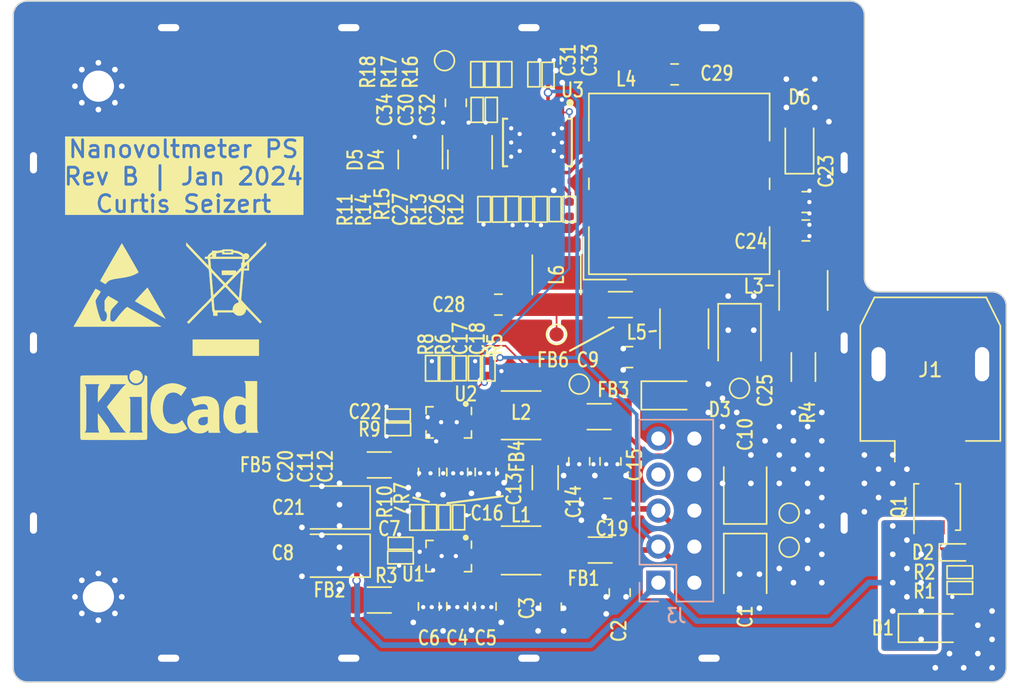
<source format=kicad_pcb>
(kicad_pcb (version 20221018) (generator pcbnew)
  (layers (0 "F.Cu" signal) (1 "In1.Cu" signal) (2 "In2.Cu" signal) (31 "B.Cu" signal) (34 "B.Paste" user) (35 "F.Paste" user) (36 "B.SilkS" user "B.Silkscreen") (37 "F.SilkS" user "F.Silkscreen") (38 "B.Mask" user) (39 "F.Mask" user) (44 "Edge.Cuts" user))
  (net 0 "")
  (net 1 "GND")
  (net 2 "Net-(U1-INTV_{CC})")
  (net 3 "+9V")
  (net 4 "Net-(U1-TR{slash}SS)")
  (net 5 "Net-(U2-TR{slash}SS)")
  (net 6 "Net-(U2-INTV_{CC})")
  (net 7 "Net-(C13-Pad2)")
  (net 8 "+2V0")
  (net 9 "Net-(C15-Pad1)")
  (net 10 "Net-(C23-Pad1)")
  (net 11 "Net-(U3-SW1)")
  (net 12 "Net-(C26-Pad1)")
  (net 13 "Net-(U3-INTV_{CC})")
  (net 14 "Net-(U3-SS)")
  (net 15 "Net-(D6-K)")
  (net 16 "Net-(C32-Pad1)")
  (net 17 "-3V3")
  (net 18 "Net-(C28-Pad1)")
  (net 19 "Net-(C30-Pad1)")
  (net 20 "Net-(C34-Pad1)")
  (net 21 "Net-(D2-A)")
  (net 22 "Net-(D4-A)")
  (net 25 "Net-(FB6-Pad2)")
  (net 26 "/V_{IN}+")
  (net 28 "Net-(L3-Pad1)")
  (net 29 "Net-(L4-Pad1)")
  (net 30 "Net-(U1-RT)")
  (net 31 "Net-(U2-RT)")
  (net 32 "Net-(U3-RT)")
  (net 33 "Net-(U3-FBX)")
  (net 34 "Net-(U3-SYNC{slash}MODE)")
  (net 35 "Net-(U3-V_{C})")
  (net 36 "2V_PG")
  (net 39 "/U1_V_{IN}")
  (net 40 "/Cuk_in")
  (net 41 "/U1_FB")
  (net 42 "/U2_V_{IN}")
  (net 43 "/U2_FB")
  (net 44 "/U1_SW")
  (net 45 "/U2_SW")
  (net 46 "V_{BATT}")
  (footprint "Capacitor_SMD:C_0805_2012Metric" (layer "F.Cu") (at 198.3 79.2 -90)
    (fp_text reference "C11")
    (fp_text value "4.7uF")
  )
  (footprint "Resistor_SMD:R_0402_1005Metric" (layer "F.Cu") (at 233.73 87.365)
    (fp_text reference "R1")
    (fp_text value "10k")
  )
  (footprint "Resistor_SMD:R_0402_1005Metric" (layer "F.Cu") (at 201.22 60.68 -90)
    (fp_text reference "R14")
    (fp_text value "30k1")
  )
  (footprint "Resistor_SMD:R_0402_1005Metric" (layer "F.Cu") (at 196.4 82.4 90)
    (fp_text reference "R7")
    (fp_text value "1M")
  )
  (footprint "Capacitor_SMD:C_0805_2012Metric" (layer "F.Cu") (at 198.3 88.675 -90)
    (fp_text reference "C4")
    (fp_text value "4.7uF")
  )
  (footprint "Resistor_SMD:R_0402_1005Metric" (layer "F.Cu") (at 202.2 60.67 90)
    (fp_text reference "R15")
    (fp_text value "100k")
  )
  (footprint "Inductor_SMD:L_1206_3216Metric" (layer "F.Cu") (at 208.375 84.7)
    (fp_text reference "FB1")
    (fp_text value "1k@100MHz")
  )
  (footprint "Inductor_SMD:L_1206_3216Metric" (layer "F.Cu") (at 204.5 79.6 -90)
    (fp_text reference "FB4")
    (fp_text value "1k@100MHz")
  )
  (footprint "Package_SO:Vishay_PowerPAK_1212-8_Single" (layer "F.Cu") (at 232.13 81.665 90)
    (fp_text reference "Q1")
    (fp_text value "SiS443DN")
  )
  (footprint "Resistor_SMD:R_0402_1005Metric" (layer "F.Cu") (at 201.7 51.17 90)
    (fp_text reference "R16")
    (fp_text value "1k")
  )
  (footprint "Capacitor_SMD:C_0402_1005Metric" (layer "F.Cu") (at 203.7 51.17 90)
    (fp_text reference "C31")
    (fp_text value "1uF")
  )
  (footprint "Capacitor_Tantalum_SMD:CP_EIA-3528-12_Kemet-T" (layer "F.Cu") (at 189.7 85.1 180)
    (fp_text reference "C8")
    (fp_text value "4.7uF/25V")
  )
  (footprint "Capacitor_SMD:C_0402_1005Metric" (layer "F.Cu") (at 199.7 53.67 -90)
    (fp_text reference "C30")
    (fp_text value "10nF C0G")
  )
  (footprint "Capacitor_SMD:C_0805_2012Metric" (layer "F.Cu") (at 206.9 78.45 -90)
    (fp_text reference "C14")
    (fp_text value "10uF/10V")
  )
  (footprint "Inductor_SMD:L_1206_3216Metric" (layer "F.Cu") (at 192.8 78.7)
    (fp_text reference "FB5")
    (fp_text value "1k@100MHz")
  )
  (footprint "Capacitor_SMD:C_0805_2012Metric" (layer "F.Cu") (at 209.1 78.45 -90)
    (fp_text reference "C15")
    (fp_text value "4.7uF")
  )
  (footprint "Capacitor_SMD:C_0402_1005Metric" (layer "F.Cu") (at 205.2 60.67 90)
    (fp_text reference "C26")
    (fp_text value "220pF C0G")
  )
  (footprint "Capacitor_SMD:C_0805_2012Metric" (layer "F.Cu") (at 210.4 71.1 180)
    (fp_text reference "C9")
    (fp_text value "10uF/10V")
  )
  (footprint "RF_Shielding:Orbel_L-1750TB2250" (layer "F.Cu") (at 197 70.1)
    (fp_text reference "J2" hide)
    (fp_text value "RF_Shield_Two_Pieces")
  )
  (footprint "Resistor_SMD:R_0402_1005Metric" (layer "F.Cu") (at 200.2 60.68 90)
    (fp_text reference "R11")
    (fp_text value "10k")
  )
  (footprint "Package_TO_SOT_SMD:SOT-23" (layer "F.Cu") (at 199.2 57.17 -90)
    (fp_text reference "D4")
    (fp_text value "BAV199")
  )
  (footprint "Capacitor_SMD:C_0402_1005Metric" (layer "F.Cu") (at 203.2 60.67 -90)
    (fp_text reference "C27")
    (fp_text value "1nF C0G")
  )
  (footprint "Capacitor_SMD:C_0805_2012Metric" (layer "F.Cu") (at 201.2 67.4 180)
    (fp_text reference "C28")
    (fp_text value "4.7uF")
  )
  (footprint "TestPoint:TestPoint_Pad_D1.0mm" (layer "F.Cu") (at 205.3 69.5)
    (fp_text reference "TP5" hide)
    (fp_text value "TestPoint")
  )
  (footprint "Connector_Molex:Molex_Micro-Fit_3.0_43650-0210_1x02-1MP_P3.00mm_Horizontal" (layer "F.Cu") (at 231.65 71.95)
    (fp_text reference "J1")
    (fp_text value "43650-210")
  )
  (footprint "Capacitor_SMD:C_0402_1005Metric" (layer "F.Cu") (at 197.4 82.4 90)
    (fp_text reference "C13")
    (fp_text value "10pF C0G")
  )
  (footprint "Resistor_SMD:R_0402_1005Metric" (layer "F.Cu") (at 195.4 82.4 -90)
    (fp_text reference "R10")
    (fp_text value "100k")
  )
  (footprint "Capacitor_SMD:C_0805_2012Metric" (layer "F.Cu") (at 196.3 79.2 -90)
    (fp_text reference "C20")
    (fp_text value "4.7uF")
  )
  (footprint "MountingHole:MountingHole_2.2mm_M2_Pad_Via" (layer "F.Cu") (at 173 88)
    (fp_text reference "H1" hide)
    (fp_text value "MountingHole_Pad")
  )
  (footprint "Package_DFN_QFN:Linear_LQFN12_2x3mm_0.5x1.45mmEP" (layer "F.Cu") (at 197.7 85.125 -90)
    (fp_text reference "U1")
    (fp_text value "LT8608S")
  )
  (footprint "Inductor_SMD:L_1206_3216Metric" (layer "F.Cu") (at 208.3 75.3)
    (fp_text reference "FB3")
    (fp_text value "1k@100MHz")
  )
  (footprint "Resistor_SMD:R_0402_1005Metric" (layer "F.Cu") (at 194.1125 76.1875)
    (fp_text reference "R9")
    (fp_text value "18k2")
  )
  (footprint "Diode_SMD:D_SOD-123F" (layer "F.Cu") (at 231.6 90.2)
    (fp_text reference "D1")
    (fp_text value "SMAZ18-13-F")
  )
  (footprint "Capacitor_SMD:C_0805_2012Metric" (layer "F.Cu") (at 222.874175 60.17)
    (fp_text reference "C23")
    (fp_text value "4.7uF")
  )
  (footprint "Resistor_SMD:R_0402_1005Metric" (layer "F.Cu") (at 196.5125 71.8875 -90)
    (fp_text reference "R8")
    (fp_text value "634k")
  )
  (footprint "Capacitor_SMD:C_0402_1005Metric" (layer "F.Cu") (at 199.5125 71.8875 90)
    (fp_text reference "C18")
    (fp_text value "1nF C0G")
  )
  (footprint "Inductor_SMD:L_1812_4532Metric" (layer "F.Cu") (at 222.7 66.4 90)
    (fp_text reference "L3")
    (fp_text value "1812FS-153")
  )
  (footprint "Capacitor_SMD:C_0805_2012Metric" (layer "F.Cu") (at 222.874175 62.17)
    (fp_text reference "C24")
    (fp_text value "4.7uF")
  )
  (footprint "TestPoint:TestPoint_Pad_D1.0mm" (layer "F.Cu") (at 221.7 82.1)
    (fp_text reference "TP3" hide)
    (fp_text value "TestPoint")
  )
  (footprint "TestPoint:TestPoint_Pad_D1.0mm" (layer "F.Cu") (at 197.4 50.2)
    (fp_text reference "TP6" hide)
    (fp_text value "TestPoint")
  )
  (footprint "Capacitor_SMD:C_0805_2012Metric" (layer "F.Cu") (at 200.3 88.675 -90)
    (fp_text reference "C5")
    (fp_text value "4.7uF")
  )
  (footprint "Package_TO_SOT_SMD:SOT-23" (layer "F.Cu") (at 195.7 57.17 -90)
    (fp_text reference "D5")
    (fp_text value "BAV199")
  )
  (footprint "Resistor_SMD:R_0402_1005Metric" (layer "F.Cu") (at 206.2 60.67 90)
    (fp_text reference "R12")
    (fp_text value "220R")
  )
  (footprint "Resistor_SMD:R_0402_1005Metric" (layer "F.Cu") (at 204.2 60.68 -90)
    (fp_text reference "R13")
    (fp_text value "dnp")
  )
  (footprint "Capacitor_SMD:C_0805_2012Metric" (layer "F.Cu") (at 198.2 53.17 -90)
    (fp_text reference "C34")
    (fp_text value "47nF C0G")
  )
  (footprint "Capacitor_SMD:C_0805_2012Metric" (layer "F.Cu") (at 200.3 79.2 -90)
    (fp_text reference "C12")
    (fp_text value "4.7uF")
  )
  (footprint "Resistor_SMD:R_0402_1005Metric" (layer "F.Cu") (at 233.73 86.265 180)
    (fp_text reference "R2")
    (fp_text value "200k")
  )
  (footprint "Capacitor_SMD:C_0402_1005Metric" (layer "F.Cu") (at 198.4 82.4 90)
    (fp_text reference "C16")
    (fp_text value "1nF C0G")
  )
  (footprint "Inductor_SMD:L_1812_4532Metric" (layer "F.Cu") (at 202.8 75.2)
    (fp_text reference "L2")
    (fp_text value "1812PS-222")
  )
  (footprint "Capacitor_SMD:C_0402_1005Metric" (layer "F.Cu") (at 198.5125 71.8875 90)
    (fp_text reference "C17")
    (fp_text value "10pF C0G")
  )
  (footprint "Inductor_SMD:L_1812_4532Metric" (layer "F.Cu") (at 214.3 69.1 -90)
    (fp_text reference "L5")
    (fp_text value "1812PS-473")
  )
  (footprint "Diode_SMD:D_PowerDI-123" (layer "F.Cu") (at 222.424175 55.97 90)
    (fp_text reference "D6")
    (fp_text value "CD123-B140LR")
  )
  (footprint "Resistor_SMD:R_0402_1005Metric" (layer "F.Cu") (at 199.7 51.17 -90)
    (fp_text reference "R18")
    (fp_text value "75k")
  )
  (footprint "Capacitor_SMD:C_0402_1005Metric" (layer "F.Cu") (at 200.7 53.67 -90)
    (fp_text reference "C32")
    (fp_text value "220pF C0G")
  )
  (footprint "Inductor_SMD:L_1206_3216Metric" (layer "F.Cu") (at 192.8 88.225)
    (fp_text reference "FB2")
    (fp_text value "1k@100MHz")
  )
  (footprint "Capacitor_SMD:C_0805_2012Metric" (layer "F.Cu") (at 196.3 88.675 -90)
    (fp_text reference "C6")
    (fp_text value "4.7uF")
  )
  (footprint "Symbol:ESD-Logo_6.6x6mm_SilkScreen" (layer "F.Cu") (at 174.5 66)
    (fp_text reference "REF**" hide)
    (fp_text value "ESD-Logo_6.6x6mm_SilkScreen" hide)
  )
  (footprint "Inductor_SMD:L_1812_4532Metric" (layer "F.Cu") (at 205.3 65.3 -90)
    (fp_text reference "L6")
    (fp_text value "1812PS-473")
  )
  (footprint "Resistor_SMD:R_1206_3216Metric_red" (layer "F.Cu") (at 222.7 71.8 -90)
    (fp_text reference "R4")
    (fp_text value "0R")
  )
  (footprint "Inductor_SMD:L_1206_3216Metric" (layer "F.Cu") (at 209.8 67.4)
    (fp_text reference "FB6")
    (fp_text value "1k@100MHz")
  )
  (footprint "Inductor_SMD:L_Bourns_SRF1260" (layer "F.Cu") (at 213.95 58.885 90)
    (fp_text reference "L4")
    (fp_text value "SRF1260-331M")
  )
  (footprint "Capacitor_SMD:C_0805_2012Metric" (layer "F.Cu") (at 204.9 88.7 -90)
    (fp_text reference "C3")
    (fp_text value "4.7uF")
  )
  (footprint "Capacitor_SMD:C_0805_2012Metric" (layer "F.Cu") (at 209.75 87.7 -90)
    (fp_text reference "C2")
    (fp_text value "4.7uF")
  )
  (footprint "Diode_SMD:D_PowerDI-123" (layer "F.Cu") (at 213.475 73.8)
    (fp_text reference "D3")
    (fp_text value "CD123-B140LR")
  )
  (footprint "Symbol:WEEE-Logo_5.6x8mm_SilkScreen" (layer "F.Cu") (at 182 67)
    (fp_text reference "REF**" hide)
    (fp_text value "WEEE-Logo_5.6x8mm_SilkScreen" hide)
  )
  (footprint "Package_SO:MSOP-12-16-1EP_3x4mm_P0.5mm_EP1.65x2.85mm" (layer "F.Cu") (at 203.95 55.97 -90)
    (fp_text reference "U3")
    (fp_text value "LT8365")
  )
  (footprint "Resistor_SMD:R_0402_1005Metric" (layer "F.Cu") (at 200.7 51.17 -90)
    (fp_text reference "R17")
    (fp_text value "2k2")
  )
  (footprint "Capacitor_Tantalum_SMD:CP_EIA-3528-12_Kemet-T" (layer "F.Cu") (at 218.6 86 -90)
    (fp_text reference "C1")
    (fp_text value "4.7uF/25V")
  )
  (footprint "Diode_SMD:D_SOD-523" (layer "F.Cu") (at 233.43 84.865)
    (fp_text reference "D2")
    (fp_text value "DZ2S100X0L")
  )
  (footprint "TestPoint:TestPoint_Pad_D1.0mm" (layer "F.Cu") (at 206.9 73)
    (fp_text reference "TP4" hide)
    (fp_text value "TestPoint")
  )
  (footprint "Symbol:KiCad-Logo_5mm_SilkScreen" (layer "F.Cu") (at 178 75)
    (fp_text reference "REF**" hide)
    (fp_text value "KiCad-Logo_5mm_SilkScreen" hide)
  )
  (footprint "TestPoint:TestPoint_Pad_D1.0mm" (layer "F.Cu") (at 221.7 84.5 -90)
    (fp_text reference "TP1" hide)
    (fp_text value "TestPoint")
  )
  (footprint "Resistor_SMD:R_0402_1005Metric" (layer "F.Cu") (at 194.3 85.225)
    (fp_text reference "R3")
    (fp_text value "18k2")
  )
  (footprint "Resistor_SMD:R_0402_1005Metric" (layer "F.Cu") (at 200.5125 71.8875 90)
    (fp_text reference "R5")
    (fp_text value "100k")
  )
  (footprint "Package_DFN_QFN:Linear_LQFN12_2x3mm_0.5x1.45mmEP" (layer "F.Cu") (at 197.7 75.7 -90)
    (fp_text reference "U2")
    (fp_text value "LT8608S")
  )
  (footprint "Capacitor_Tantalum_SMD:CP_EIA-3528-12_Kemet-T" (layer "F.Cu") (at 189.7 81.7 180)
    (fp_text reference "C21")
    (fp_text value "4.7uF/25V")
  )
  (footprint "Capacitor_SMD:C_0402_1005Metric" (layer "F.Cu") (at 194.1125 75.1875 180)
    (fp_text reference "C22")
    (fp_text value "1uF")
  )
  (footprint "Capacitor_Tantalum_SMD:CP_EIA-3528-12_AVX_B_Conformal" (layer "F.Cu") (at 218.6 80.6 90)
    (fp_text reference "C10")
    (fp_text value "47uF/16V")
  )
  (footprint "Inductor_SMD:L_1812_4532Metric" (layer "F.Cu") (at 202.8 84.725)
    (fp_text reference "L1")
    (fp_text value "1812PS-222")
  )
  (footprint "Capacitor_SMD:C_0805_2012Metric" (layer "F.Cu") (at 208.9 81.8 180)
    (fp_text reference "C19")
    (fp_text value "10uF/10V")
  )
  (footprint "Capacitor_SMD:C_0402_1005Metric" (layer "F.Cu") (at 194.3 84.225 180)
    (fp_text reference "C7")
    (fp_text value "1uF")
  )
  (footprint "MountingHole:MountingHole_2.2mm_M2_Pad_Via" (layer "F.Cu") (at 173 52)
    (fp_text reference "H2" hide)
    (fp_text value "MountingHole_Pad")
  )
  (footprint "Capacitor_SMD:C_0402_1005Metric" (layer "F.Cu") (at 204.7 51.19 90)
    (fp_text reference "C33")
    (fp_text value "1uF")
  )
  (footprint "Resistor_SMD:R_0402_1005Metric" (layer "F.Cu") (at 197.5125 71.8875 90)
    (fp_text reference "R6")
    (fp_text value "1M")
  )
  (footprint "Capacitor_SMD:C_0805_2012Metric" (layer "F.Cu") (at 213.624175 51.17 180)
    (fp_text reference "C29")
    (fp_text value "4.7uF")
  )
  (footprint "Capacitor_Tantalum_SMD:CP_EIA-3528-12_AVX_B_Conformal" (layer "F.Cu") (at 218.2 69.6 -90)
    (fp_text reference "C25")
    (fp_text value "47uF/16V")
  )
  (footprint "TestPoint:TestPoint_Pad_D1.0mm" (layer "F.Cu") (at 218.2 73.3)
    (fp_text reference "TP2" hide)
    (fp_text value "TestPoint")
  )
  (footprint "Connector_PinHeader_2.54mm:PinHeader_2x05_P2.54mm_Vertical" (layer "B.Cu") (at 212.475 87)
    (fp_text reference "J3")
    (fp_text value "PWR_HDR")
  )
  (gr_line (start 197.6 81.4) (end 201.5 80.9) (stroke (width 0.15)) (layer "F.SilkS"))
  (gr_line (start 193.9 81.7) (end 194.6 82) (stroke (width 0.15)) (layer "F.SilkS"))
  (gr_line (start 196.3 81.3) (end 195.2 81) (stroke (width 0.15)) (layer "F.SilkS"))
  (gr_line (start 206.25 70.65) (end 209.3 69) (stroke (width 0.15)) (layer "F.SilkS"))
  (gr_line (start 220.05 66.05) (end 220.55 66.05) (stroke (width 0.15)) (layer "F.SilkS"))
  (gr_line (start 211.85 69.3) (end 212.3 69.25) (stroke (width 0.15)) (layer "F.SilkS"))
  (gr_line (start 199.2 82.2) (end 199 82.3) (stroke (width 0.15)) (layer "F.SilkS"))
  (gr_arc (start 226 46) (mid 226.707107 46.292893) (end 227 47) (stroke (width 0.1)) (layer "Edge.Cuts"))
  (gr_arc (start 167 47) (mid 167.292893 46.292893) (end 168 46) (stroke (width 0.1)) (layer "Edge.Cuts"))
  (gr_line (start 237 93) (end 237 67.5) (stroke (width 0.1)) (layer "Edge.Cuts"))
  (gr_arc (start 237 93) (mid 236.707107 93.707107) (end 236 94) (stroke (width 0.1)) (layer "Edge.Cuts"))
  (gr_line (start 167 47) (end 167 93) (stroke (width 0.1)) (layer "Edge.Cuts"))
  (gr_arc (start 168 94) (mid 167.292893 93.707107) (end 167 93) (stroke (width 0.1)) (layer "Edge.Cuts"))
  (gr_line (start 168 94) (end 236 94) (stroke (width 0.1)) (layer "Edge.Cuts"))
  (gr_arc (start 228 66.5) (mid 227.292893 66.207107) (end 227 65.5) (stroke (width 0.1)) (layer "Edge.Cuts"))
  (gr_arc (start 236 66.5) (mid 236.707107 66.792893) (end 237 67.5) (stroke (width 0.1)) (layer "Edge.Cuts"))
  (gr_line (start 227 65.5) (end 227 47) (stroke (width 0.1)) (layer "Edge.Cuts"))
  (gr_line (start 236 66.5) (end 228 66.5) (stroke (width 0.1)) (layer "Edge.Cuts"))
  (gr_line (start 226 46) (end 168 46) (stroke (width 0.1)) (layer "Edge.Cuts"))
  (gr_text "Nanovoltmeter PS\nRev B | Jan 2024\nCurtis Seizert" (at 179 61) (layer "F.SilkS" knockout) (effects (font (size 1.2 1.2) (thickness 0.2) bold) (justify bottom)))
  (segment (start 198.95 82.25) (end 198.95 82.35) (width 0.12) (layer "F.Cu") (net 1))
  (segment (start 198.85 82.25) (end 198.95 82.25) (width 0.12) (layer "F.Cu") (net 1))
  (segment (start 205.2 60.19) (end 205.2 59.52) (width 0.25) (layer "F.Cu") (net 1))
  (segment (start 205.2 59.52) (end 205.1 59.42) (width 0.25) (layer "F.Cu") (net 1))
  (segment (start 195.4 81.89) (end 194.91 81.89) (width 0.12) (layer "F.Cu") (net 1))
  (segment (start 233.22 87.98) (end 233.2 88) (width 0.15) (layer "F.Cu") (net 1))
  (segment (start 205.1 59.35) (end 205.03 59.35) (width 0.25) (layer "F.Cu") (net 1))
  (segment (start 205.1 59.42) (end 205.1 59.35) (width 0.25) (layer "F.Cu") (net 1))
  (segment (start 205.03 59.35) (end 205.1 59.42) (width 0.25) (layer "F.Cu") (net 1))
  (segment (start 198.52 81.92) (end 198.85 82.25) (width 0.12) (layer "F.Cu") (net 1))
  (segment (start 193.82 83.98) (end 194.2 83.6) (width 0.12) (layer "F.Cu") (net 1))
  (segment (start 194.85 81.95) (end 194.91 81.89) (width 0.12) (layer "F.Cu") (net 1))
  (segment (start 233.22 87.365) (end 233.22 87.98) (width 0.15) (layer "F.Cu") (net 1))
  (segment (start 193.79 85.39) (end 194.2 85.8) (width 0.12) (layer "F.Cu") (net 1))
  (segment (start 198.95 82.35) (end 199 82.4) (width 0.12) (layer "F.Cu") (net 1))
  (via (at 199.3 80.7) (size 0.6) (drill 0.4) (layers "F.Cu" "B.Cu") (net 1))
  (via (at 221 76) (size 0.6) (drill 0.4) (layers "F.Cu" "B.Cu") (net 1))
  (via (at 205.8 88.8) (size 0.6) (drill 0.4) (layers "F.Cu" "B.Cu") (net 1))
  (via (at 188.75 83.65) (size 0.6) (drill 0.4) (layers "F.Cu" "B.Cu") (net 1))
  (via (at 222 87) (size 0.6) (drill 0.4) (layers "F.Cu" "B.Cu") (net 1))
  (via (at 232 93) (size 0.6) (drill 0.4) (layers "F.Cu" "B.Cu") (net 1))
  (via (at 196.4125 79.2875) (size 0.5) (drill 0.3) (layers "F.Cu" "B.Cu") (net 1))
  (via (at 205.1 59.35) (size 0.6) (drill 0.4) (layers "F.Cu" "B.Cu") (net 1))
  (via (at 206.1 78.65) (size 0.5) (drill 0.3) (layers "F.Cu" "B.Cu") (net 1))
  (via (at 219 78) (size 0.6) (drill 0.4) (layers "F.Cu" "B.Cu") (net 1))
  (via (at 223 86) (size 0.6) (drill 0.4) (layers "F.Cu" "B.Cu") (net 1))
  (via (at 223 76) (size 0.6) (drill 0.4) (layers "F.Cu" "B.Cu") (net 1))
  (via (at 202.7 56.57) (size 0.5) (drill 0.3) (layers "F.Cu" "B.Cu") (net 1))
  (via (at 202.1 55.97) (size 0.5) (drill 0.3) (layers "F.Cu" "B.Cu") (net 1))
  (via (at 198.0125 79.2875) (size 0.5) (drill 0.3) (layers "F.Cu" "B.Cu") (net 1))
  (via (at 223 84) (size 0.6) (drill 0.4) (layers "F.Cu" "B.Cu") (net 1))
  (via (at 200.7 88.725) (size 0.5) (drill 0.3) (layers "F.Cu" "B.Cu") (net 1))
  (via (at 190 83) (size 0.6) (drill 0.4) (layers "F.Cu" "B.Cu") (net 1))
  (via (at 205.675 55.97) (size 0.5) (drill 0.3) (layers "F.Cu" "B.Cu") (net 1))
  (via (at 223.124175 60.17) (size 0.5) (drill 0.3) (layers "F.Cu" "B.Cu") (net 1))
  (via (at 219.6 86.4) (size 0.6) (drill 0.4) (layers "F.Cu" "B.Cu") (net 1))
  (via (at 200.15 61.75) (size 0.5) (drill 0.3) (layers "F.Cu" "B.Cu") (net 1))
  (via (at 203.2 61.8) (size 0.5) (drill 0.3) (layers "F.Cu" "B.Cu") (net 1))
  (via (at 223 82) (size 0.6) (drill 0.4) (layers "F.Cu" "B.Cu") (net 1))
  (via (at 236 93) (size 0.6) (drill 0.4) (layers "F.Cu" "B.Cu") (net 1))
  (via (at 193.3125 74.5875) (size 0.5) (drill 0.3) (layers "F.Cu" "B.Cu") (net 1))
  (via (at 196.6 86.125) (size 0.5) (drill 0.3) (layers "F.Cu" "B.Cu") (net 1))
  (via (at 198.2 85.125) (size 0.5) (drill 0.3) (layers "F.Cu" "B.Cu") (net 1))
  (via (at 201.4 89.8) (size 0.6) (drill 0.4) (layers "F.Cu" "B.Cu") (net 1))
  (via (at 216 75) (size 0.6) (drill 0.4) (layers "F.Cu" "B.Cu") (net 1))
  (via (at 206.9 78.65) (size 0.5) (drill 0.3) (layers "F.Cu" "B.Cu") (net 1))
  (via (at 187.35 86.55) (size 0.6) (drill 0.4) (layers "F.Cu" "B.Cu") (net 1))
  (via (at 205.675 54.97) (size 0.5) (drill 0.3) (layers "F.Cu" "B.Cu") (net 1))
  (via (at 217.4 66.8) (size 0.6) (drill 0.4) (layers "F.Cu" "B.Cu") (net 1))
  (via (at 224 87) (size 0.6) (drill 0.4) (layers "F.Cu" "B.Cu") (net 1))
  (via (at 208.8 88) (size 0.6) (drill 0.4) (layers "F.Cu" "B.Cu") (net 1))
  (via (at 236 89) (size 0.6) (drill 0.4) (layers "F.Cu" "B.Cu") (net 1))
  (via (at 233.2 88) (size 0.5) (drill 0.3) (layers "F.Cu" "B.Cu") (net 1))
  (via (at 217 76) (size 0.6) (drill 0.4) (layers "F.Cu" "B.Cu") (net 1))
  (via (at 224 81) (size 0.6) (drill 0.4) (layers "F.Cu" "B.Cu") (net 1))
  (via (at 201.6 79.95) (size 0.6) (drill 0.4) (layers "F.Cu" "B.Cu") (net 1))
  (via (at 194.2 85.8) (size 0.5) (drill 0.3) (layers "F.Cu" "B.Cu") (net 1))
  (via (at 202.7 55.37) (size 0.5) (drill 0.3) (layers "F.Cu" "B.Cu") (net 1))
  (via (at 197.3 54.57) (size 0.5) (drill 0.3) (layers "F.Cu" "B.Cu") (net 1))
  (via (at 219 80) (size 0.6) (drill 0.4) (layers "F.Cu" "B.Cu") (net 1))
  (via (at 201.2 80.7) (size 0.6) (drill 0.4) (layers "F.Cu" "B.Cu") (net 1))
  (via (at 187.35 83.1) (size 0.6) (drill 0.4) (layers "F.Cu" "B.Cu") (net 1))
  (via (at 229 80) (size 0.6) (drill 0.4) (layers "F.Cu" "B.Cu") (net 1))
  (via (at 207.9 78.65) (size 0.5) (drill 0.3) (layers "F.Cu" "B.Cu") (net 1))
  (via (at 190 80) (size 0.6) (drill 0.4) (layers "F.Cu" "B.Cu") (net 1))
  (via (at 196.2625 76.6375) (size 0.5) (drill 0.3) (layers "F.Cu" "B.Cu") (net 1))
  (via (at 199.3 90.35) (size 0.6) (drill 0.4) (layers "F.Cu" "B.Cu") (net 1))
  (via (at 228 81) (size 0.6) (drill 0.4) (layers "F.Cu" "B.Cu") (net 1))
  (via (at 199.9125 79.2875) (size 0.5) (drill 0.3) (layers "F.Cu" "B.Cu") (net 1))
  (via (at 230 79) (size 0.6) (drill 0.4) (layers "F.Cu" "B.Cu") (net 1))
  (via (at 197.2 85.125) (size 0.5) (drill 0.3) (layers "F.Cu" "B.Cu") (net 1))
  (via (at 197.3125 79.2875) (size 0.5) (drill 0.3) (layers "F.Cu" "B.Cu") (net 1))
  (via (at 196.2125 75.3375) (size 0.5) (drill 0.3) (layers "F.Cu" "B.Cu") (net 1))
  (via (at 227 80) (size 0.6) (drill 0.4) (layers "F.Cu" "B.Cu") (net 1))
  (via (at 195.2 89.8) (size 0.6) (drill 0.4) (layers "F.Cu" "B.Cu") (net 1))
  (via (at 195.65 84.825) (size 0.5) (drill 0.3) (layers "F.Cu" "B.Cu") (net 1))
  (via (at 197.3 90.4) (size 0.6) (drill 0.4) (layers "F.Cu" "B.Cu") (net 1))
  (via (at 210.2 79.45) (size 0.6) (drill 0.4) (layers "F.Cu" "B.Cu") (net 1))
  (via (at 229 78) (size 0.6) (drill 0.4) (layers "F.Cu" "B.Cu") (net 1))
  (via (at 223.124175 60.97) (size 0.5) (drill 0.3) (layers "F.Cu" "B.Cu") (net 1))
  (via (at 222.5 52.5) (size 0.6) (drill 0.4) (layers "F.Cu" "B.Cu") (net 1))
  (via (at 197.7 88.725) (size 0.5) (drill 0.3) (layers "F.Cu" "B.Cu") (net 1))
  (via (at 196.8125 77.0375) (size 0.5) (drill 0.3) (layers "F.Cu" "B.Cu") (net 1))
  (via (at 205.1 56.57) (size 0.5) (drill 0.3) (layers "F.Cu" "B.Cu") (net 1))
  (via (at 193.3125 75.5875) (size 0.5) (drill 0.3) (layers "F.Cu" "B.Cu") (net 1))
  (via (at 198.3 88.725) (size 0.5) (drill 0.3) (layers "F.Cu" "B.Cu") (net 1))
  (via (at 224 83) (size 0.6) (drill 0.4) (layers "F.Cu" "B.Cu") (net 1))
  (via (at 202.1 54.97) (size 0.5) (drill 0.3) (layers "F.Cu" "B.Cu") (net 1))
  (via (at 224 85) (size 0.6) (drill 0.4) (layers "F.Cu" "B.Cu") (net 1))
  (via (at 190 81.5) (size 0.6) (drill 0.4) (layers "F.Cu" "B.Cu") (net 1))
  (via (at 190 84.5) (size 0.6) (drill 0.4) (layers "F.Cu" "B.Cu") (net 1))
  (via (at 223 80) (size 0.6) (drill 0.4) (layers "F.Cu" "B.Cu") (net 1))
  (via (at 217 80) (size 0.6) (drill 0.4) (layers "F.Cu" "B.Cu") (net 1))
  (via (at 218.2 88.8) (size 0.6) (drill 0.4) (layers "F.Cu" "B.Cu") (net 1))
  (via (at 224 79) (size 0.6) (drill 0.4) (layers "F.Cu" "B.Cu") (net 1))
  (via (at 219.6 88.8) (size 0.6) (drill 0.4) (layers "F.Cu" "B.Cu") (net 1))
  (via (at 207.05 82.6) (size 0.6) (drill 0.4) (layers "F.Cu" "B.Cu") (net 1))
  (via (at 210 72) (size 0.6) (drill 0.4) (layers "F.Cu" "B.Cu") (net 1))
  (via (at 217 74) (size 0.6) (drill 0.4) (layers "F.Cu" "B.Cu") (net 1))
  (via (at 195.55 80.8) (size 0.6) (drill 0.4) (layers "F.Cu" "B.Cu") (net 1))
  (via (at 190 87.5) (size 0.6) (drill 0.4) (layers "F.Cu" "B.Cu") (net 1))
  (via (at 221 78) (size 0.6) (drill 0.4) (layers "F.Cu" "B.Cu") (net 1))
  (via (at 224.5 58.37) (size 0.5) (drill 0.3) (layers "F.Cu" "B.Cu") (net 1))
  (via (at 222 79) (size 0.6) (drill 0.4) (layers "F.Cu" "B.Cu") (net 1))
  (via (at 200.5125 79.2875) (size 0.5) (drill 0.3) (layers "F.Cu" "B.Cu") (net 1))
  (via (at 194.85 80.3) (size 0.6) (drill 0.4) (layers "F.Cu" "B.Cu") (net 1))
  (via (at 197.1625 75.6875) (size 0.5) (drill 0.3) (layers "F.Cu" "B.Cu") (net 1))
  (via (at 195.9 88.725) (size 0.5) (drill 0.3) (layers "F.Cu" "B.Cu") (net 1))
  (via (at 207.05 81.45) (size 0.6) (drill 0.4) (layers "F.Cu" "B.Cu") (net 1))
  (via (at 202.1 56.97) (size 0.5) (drill 0.3) (layers "F.Cu" "B.Cu") (net 1))
  (via (at 204 90.4) (size 0.6) (drill 0.4) (layers "F.Cu" "B.Cu") (net 1))
  (via (at 199.5 88.725) (size 0.5) (drill 0.3) (layers "F.Cu" "B.Cu") (net 1))
  (via (at 223.5 53.5) (size 0.6) (drill 0.4) (layers "F.Cu" "B.Cu") (net 1))
  (via (at 196.5125 71.3875) (size 0.5) (drill 0.3) (layers "F.Cu" "B.Cu") (net 1))
  (via (at 194.85 81.95) (size 0.6) (drill 0.4) (layers "F.Cu" "B.Cu") (net 1))
  (via (at 190 86) (size 0.6) (drill 0.4) (layers "F.Cu" "B.Cu") (net 1))
  (via (at 209.6 78.65) (size 0.5) (drill 0.3) (layers "F.Cu" "B.Cu") (net 1))
  (via (at 198.95 82.25) (size 0.5) (drill 0.3) (layers "F.Cu" "B.Cu") (net 1))
  (via (at 234 93) (size 0.6) (drill 0.4) (layers "F.Cu" "B.Cu") (net 1))
  (via (at 235 92) (size 0.6) (drill 0.4) (layers "F.Cu" "B.Cu") (net 1))
  (via (at 199.2125 79.2875) (size 0.5) (drill 0.3) (layers "F.Cu" "B.Cu") (net 1))
  (via (at 208.8 89.2) (size 0.6) (drill 0.4) (layers "F.Cu" "B.Cu") (net 1))
  (via (at 208 79.45) (size 0.6) (drill 0.4) (layers "F.Cu" "B.Cu") (net 1))
  (via (at 221.5 53.5) (size 0.6) (drill 0.4) (layers "F.Cu" "B.Cu") (net 1))
  (via (at 210 70.5) (size 0.6) (drill 0.4) (layers "F.Cu" "B.Cu") (net 1))
  (via (at 219.2 69.2) (size 0.6) (drill 0.4) (layers "F.Cu" "B.Cu") (net 1))
  (via (at 222 75) (size 0.6) (drill 0.4) (layers "F.Cu" "B.Cu") (net 1))
  (via (at 216 73) (size 0.6) (drill 0.4) (layers "F.Cu" "B.Cu") (net 1))
  (via (at 205.675 56.97) (size 0.5) (drill 0.3) (layers "F.Cu" "B.Cu") (net 1))
  (via (at 198.2625 75.6875) (size 0.5) (drill 0.3) (layers "F.Cu" "B.Cu") (net 1))
  (via (at 188.75 80.2) (size 0.6) (drill 0.4) (layers "F.Cu" "B.Cu") (net 1))
  (via (at 217.4 69.2) (size 0.6) (drill 0.4) (layers "F.Cu" "B.Cu") (net 1))
  (via (at 195.3 55.57) (size 0.5) (drill 0.3) (layers "F.Cu" "B.Cu") (net 1))
  (via (at 235 90) (size 0.6) (drill 0.4) (layers "F.Cu" "B.Cu") (net 1))
  (via (at 208.65 82.35) (size 0.6) (drill 0.4) (layers "F.Cu" "B.Cu") (net 1))
  (via (at 201.4125 72.0875) (size 0.5) (drill 0.3) (layers "F.Cu" "B.Cu") (net 1))
  (via (at 194.2 83.6) (size 0.5) (drill 0.3) (layers "F.Cu" "B.Cu") (net 1))
  (via (at 221 80) (size 0.6) (drill 0.4) (layers "F.Cu" "B.Cu") (net 1))
  (via (at 221.5 51.5) (size 0.6) (drill 0.4) (layers "F.Cu" "B.Cu") (net 1))
  (via (at 200.3 54.57) (size 0.5) (drill 0.3) (layers "F.Cu" "B.Cu") (net 1))
  (via (at 205.1 50.17) (size 0.5) (drill 0.3) (layers "F.Cu" "B.Cu") (net 1))
  (via (at 220 77) (size 0.6) (drill 0.4) (layers "F.Cu" "B.Cu") (net 1))
  (via (at 218.2 86.4) (size 0.6) (drill 0.4) (layers "F.Cu" "B.Cu") (net 1))
  (via (at 199.5625 71.3875) (size 0.5) (drill 0.3) (layers "F.Cu" "B.Cu") (net 1))
  (via (at 224 77) (size 0.6) (drill 0.4) (layers "F.Cu" "B.Cu") (net 1))
  (via (at 195.6125 79.2875) (size 0.5) (drill 0.3) (layers "F.Cu" "B.Cu") (net 1))
  (via (at 227 78) (size 0.6) (drill 0.4) (layers "F.Cu" "B.Cu") (net 1))
  (via (at 201.1125 79.2875) (size 0.5) (drill 0.3) (layers "F.Cu" "B.Cu") (net 1))
  (via (at 204 88.8) (size 0.6) (drill 0.4) (layers "F.Cu" "B.Cu") (net 1))
  (via (at 223 78) (size 0.6) (drill 0.4) (layers "F.Cu" "B.Cu") (net 1))
  (via (at 223.124175 59.37) (size 0.5) (drill 0.3) (layers "F.Cu" "B.Cu") (net 1))
  (via (at 205.1 55.37) (size 0.5) (drill 0.3) (layers "F.Cu" "B.Cu") (net 1))
  (via (at 204.2 61.8) (size 0.5) (drill 0.3) (layers "F.Cu" "B.Cu") (net 1))
  (via (at 200.1 88.725) (size 0.5) (drill 0.3) (layers "F.Cu" "B.Cu") (net 1))
  (via (at 223.5 51.5) (size 0.6) (drill 0.4) (layers "F.Cu" "B.Cu") (net 1))
  (via (at 233 92) (size 0.6) (drill 0.4) (layers "F.Cu" "B.Cu") (net 1))
  (via (at 205.7 51.75) (size 0.6) (drill 0.4) (layers "F.Cu" "B.Cu") (net 1))
  (via (at 208.8 78.65) (size 0.5) (drill 0.3) (layers "F.Cu" "B.Cu") (net 1))
  (via (at 210.2 88) (size 0.6) (drill 0.4) (layers "F.Cu" "B.Cu") (net 1))
  (via (at 198.9 88.725) (size 0.5) (drill 0.3) (layers "F.Cu" "B.Cu") (net 1))
  (via (at 223.124175 61.77) (size 0.5) (drill 0.3) (layers "F.Cu" "B.Cu") (net 1))
  (via (at 204.1 50.17) (size 0.5) (drill 0.3) (layers "F.Cu" "B.Cu") (net 1))
  (via (at 205.674444 52.951758) (size 0.5) (drill 0.3) (layers "F.Cu" "B.Cu") (net 1))
  (via (at 228 79) (size 0.6) (drill 0.4) (layers "F.Cu" "B.Cu") (net 1))
  (via (at 198.6125 79.2875) (size 0.5) (drill 0.3) (layers "F.Cu" "B.Cu") (net 1))
  (via (at 236 91) (size 0.6) (drill 0.4) (layers "F.Cu" "B.Cu") (net 1))
  (via (at 196.5 88.725) (size 0.5) (drill 0.3) (layers "F.Cu" "B.Cu") (net 1))
  (via (at 223.124175 62.57) (size 0.5) (drill 0.3) (layers "F.Cu" "B.Cu") (net 1))
  (via (at 193.3125 76.6875) (size 0.5) (drill 0.3) (layers "F.Cu" "B.Cu") (net 1))
  (via (at 197.3 80.8) (size 0.6) (drill 0.4) (layers "F.Cu" "B.Cu") (net 1))
  (via (at 219.2 66.8) (size 0.6) (drill 0.4) (layers "F.Cu" "B.Cu") (net 1))
  (via (at 222 77) (size 0.6) (drill 0.4) (layers "F.Cu" "B.Cu") (net 1))
  (via (at 202.2 61.8) (size 0.5) (drill 0.3) (layers "F.Cu" "B.Cu") (net 1))
  (via (at 224.5 54.5) (size 0.6) (drill 0.4) (layers "F.Cu" "B.Cu") (net 1))
  (via (at 224 75) (size 0.6) (drill 0.4) (layers "F.Cu" "B.Cu") (net 1))
  (via (at 205.25 50.9) (size 0.6) (drill 0.4) (layers "F.Cu" "B.Cu") (net 1))
  (via (at 227 82) (size 0.6) (drill 0.4) (layers "F.Cu" "B.Cu") (net 1))
  (via (at 218 75) (size 0.6) (drill 0.4) (layers "F.Cu" "B.Cu") (net 1))
  (via (at 197.1 88.725) (size 0.5) (drill 0.3) (layers "F.Cu" "B.Cu") (net 1))
  (via (at 205.8 79.45) (size 0.6) (drill 0.4) (layers "F.Cu" "B.Cu") (net 1))
  (via (at 205.8 90.4) (size 0.6) (drill 0.4) (layers "F.Cu" "B.Cu") (net 1))
  (via (at 221 86) (size 0.6) (drill 0.4) (layers "F.Cu" "B.Cu") (net 1))
  (via (at 199.1 54.57) (size 0.5) (drill 0.3) (layers "F.Cu" "B.Cu") (net 1))
  (segment (start 196.95 84.225) (end 194.78 84.225) (width 0.2) (layer "F.Cu") (net 2))
  (segment (start 217.3525 85.71) (end 218.6 84.4625) (width 0.4) (layer "F.Cu") (net 3))
  (segment (start 200.5125 71.3775) (end 201.0725 71.3775) (width 0.12) (layer "F.Cu") (net 3))
  (segment (start 204.7 52.45) (end 204.7 51.67) (width 0.25) (layer "F.Cu") (net 3))
  (segment (start 201.0725 71.3775) (end 201.3125 71.1375) (width 0.12) (layer "F.Cu") (net 3))
  (segment (start 204.7 53.85) (end 204.7 52.45) (width 0.25) (layer "F.Cu") (net 3))
  (segment (start 209.95 84.7) (end 209.95 86.55) (width 0.4) (layer "F.Cu") (net 3))
  (segment (start 218.6375 84.5) (end 221.7 84.5) (width 0.15) (layer "F.Cu") (net 3))
  (segment (start 213.725 85.71) (end 217.3525 85.71) (width 0.4) (layer "F.Cu") (net 3))
  (segment (start 209.95 84.7) (end 212.235 84.7) (width 0.4) (layer "F.Cu") (net 3))
  (segment (start 212.475 84.46) (end 213.725 85.71) (width 0.4) (layer "F.Cu") (net 3))
  (via (at 204.7 52.45) (size 0.6) (drill 0.4) (layers "F.Cu" "B.Cu") (net 3))
  (via (at 201.3125 71.1375) (size 0.5) (drill 0.3) (layers "F.Cu" "B.Cu") (net 3))
  (segment (start 206.75 71.1375) (end 206.75 54.15) (width 0.25) (layer "B.Cu") (net 3))
  (segment (start 206.75 71.1375) (end 201.3125 71.1375) (width 0.25) (layer "B.Cu") (net 3))
  (segment (start 206.75 54.15) (end 206.8 54.1) (width 0.25) (layer "B.Cu") (net 3))
  (segment (start 212.475 84.46) (end 210.95 82.935) (width 0.25) (layer "B.Cu") (net 3))
  (segment (start 206.126758 52.376758) (end 204.723242 52.376758) (width 0.25) (layer "B.Cu") (net 3))
  (segment (start 206.8 54.1) (end 206.8 53.05) (width 0.25) (layer "B.Cu") (net 3))
  (segment (start 204.723242 52.376758) (end 204.7 52.4) (width 0.25) (layer "B.Cu") (net 3))
  (segment (start 206.9375 71.1375) (end 206.75 71.1375) (width 0.25) (layer "B.Cu") (net 3))
  (segment (start 210.95 82.935) (end 210.95 75.15) (width 0.25) (layer "B.Cu") (net 3))
  (segment (start 210.95 75.15) (end 206.9375 71.1375) (width 0.25) (layer "B.Cu") (net 3))
  (segment (start 206.8 53.05) (end 206.126758 52.376758) (width 0.25) (layer "B.Cu") (net 3))
  (segment (start 197.95 84.225) (end 197.95 83.33) (width 0.12) (layer "F.Cu") (net 4))
  (segment (start 197.95 83.33) (end 198.4 82.88) (width 0.12) (layer "F.Cu") (net 4))
  (segment (start 199.5125 72.7875) (end 199.5125 72.3675) (width 0.12) (layer "F.Cu") (net 5))
  (segment (start 197.95 74.8) (end 197.95 73.75) (width 0.12) (layer "F.Cu") (net 5))
  (segment (start 197.95 73.75) (end 198.4625 73.2375) (width 0.12) (layer "F.Cu") (net 5))
  (segment (start 198.4625 73.2375) (end 199.0625 73.2375) (width 0.12) (layer "F.Cu") (net 5))
  (segment (start 199.0625 73.2375) (end 199.5125 72.7875) (width 0.12) (layer "F.Cu") (net 5))
  (segment (start 195.8625 74.7875) (end 195.4625 75.1875) (width 0.2) (layer "F.Cu") (net 6))
  (segment (start 195.4625 75.1875) (end 194.5925 75.1875) (width 0.2) (layer "F.Cu") (net 6))
  (segment (start 196.9375 74.7875) (end 195.8625 74.7875) (width 0.2) (layer "F.Cu") (net 6))
  (segment (start 203.6 82.2) (end 199.8 82.2) (width 0.12) (layer "F.Cu") (net 7))
  (segment (start 197.4 81.92) (end 196.43 81.92) (width 0.12) (layer "F.Cu") (net 7))
  (segment (start 204.9375 84.725) (end 206.775 84.725) (width 0.4) (layer "F.Cu") (net 7))
  (segment (start 197.94 81.38) (end 197.4 81.92) (width 0.12) (layer "F.Cu") (net 7))
  (segment (start 204.8 83.4) (end 203.6 82.2) (width 0.12) (layer "F.Cu") (net 7))
  (segment (start 198.98 81.38) (end 197.94 81.38) (width 0.12) (layer "F.Cu") (net 7))
  (segment (start 199.8 82.2) (end 198.98 81.38) (width 0.12) (layer "F.Cu") (net 7))
  (segment (start 212.475 81.92) (end 213.725 83.17) (width 0.4) (layer "F.Cu") (net 8))
  (segment (start 218.6375 82.1) (end 221.7 82.1) (width 0.15) (layer "F.Cu") (net 8))
  (segment (start 204.5 81.175) (end 206.025 81.175) (width 0.4) (layer "F.Cu") (net 8))
  (segment (start 217.5675 83.17) (end 218.6 82.1375) (width 0.4) (layer "F.Cu") (net 8))
  (segment (start 209.85 81.8) (end 212.355 81.8) (width 0.4) (layer "F.Cu") (net 8))
  (segment (start 208.8 80.6) (end 209.85 81.65) (width 0.4) (layer "F.Cu") (net 8))
  (segment (start 206.6 80.6) (end 208.8 80.6) (width 0.4) (layer "F.Cu") (net 8))
  (segment (start 213.725 83.17) (end 217.5675 83.17) (width 0.4) (layer "F.Cu") (net 8))
  (segment (start 206.025 81.175) (end 206.6 80.6) (width 0.4) (layer "F.Cu") (net 8))
  (segment (start 211.74 78.04) (end 216.76 78.04) (width 0.3) (layer "F.Cu") (net 9))
  (segment (start 209.875 75.3) (end 209.875 76.175) (width 0.3) (layer "F.Cu") (net 9))
  (segment (start 221.55 73.25) (end 222.7 73.25) (width 0.3) (layer "F.Cu") (net 9))
  (segment (start 216.76 78.04) (end 221.55 73.25) (width 0.3) (layer "F.Cu") (net 9))
  (segment (start 209.875 76.175) (end 211.74 78.04) (width 0.3) (layer "F.Cu") (net 9))
  (segment (start 222.6625 64.2625) (end 221.924175 63.524175) (width 0.3) (layer "F.Cu") (net 10))
  (segment (start 221.924175 63.524175) (end 221.924175 62.17) (width 0.3) (layer "F.Cu") (net 10))
  (segment (start 218.2 60.6) (end 221.494175 60.6) (width 0.3) (layer "F.Cu") (net 10))
  (segment (start 221.494175 60.6) (end 221.924175 60.17) (width 0.3) (layer "F.Cu") (net 10))
  (segment (start 221.924175 62.17) (end 221.924175 60.17) (width 0.3) (layer "F.Cu") (net 10))
  (segment (start 205.7 59.02) (end 206.2 59.52) (width 0.25) (layer "F.Cu") (net 11))
  (segment (start 213.4 56.2) (end 212.43 57.17) (width 0.3) (layer "F.Cu") (net 11))
  (segment (start 205.7 58.09) (end 206.18 58.09) (width 0.25) (layer "F.Cu") (net 11))
  (segment (start 207.1 57.17) (end 209.7 57.17) (width 0.25) (layer "F.Cu") (net 11))
  (segment (start 204.7 58.09) (end 205.7 58.09) (width 0.25) (layer "F.Cu") (net 11))
  (segment (start 206.2 59.52) (end 206.2 60.16) (width 0.25) (layer "F.Cu") (net 11))
  (segment (start 212.43 57.17) (end 209.7 57.17) (width 0.3) (layer "F.Cu") (net 11))
  (segment (start 205.7 58.09) (end 205.7 59.02) (width 0.25) (layer "F.Cu") (net 11))
  (segment (start 206.18 58.09) (end 207.1 57.17) (width 0.25) (layer "F.Cu") (net 11))
  (segment (start 212.77 51.17) (end 213.4 51.8) (width 0.3) (layer "F.Cu") (net 11))
  (segment (start 213.4 51.8) (end 213.4 56.2) (width 0.3) (layer "F.Cu") (net 11))
  (segment (start 206.2 61.18) (end 205.23 61.18) (width 0.25) (layer "F.Cu") (net 12))
  (segment (start 203.7 51.65) (end 203.7 53.85) (width 0.25) (layer "F.Cu") (net 13))
  (segment (start 203.2 58.09) (end 203.2 60.19) (width 0.12) (layer "F.Cu") (net 14))
  (segment (start 218.17 57.2) (end 215 57.2) (width 0.3) (layer "F.Cu") (net 15))
  (segment (start 214 51.744175) (end 214.574175 51.17) (width 0.3) (layer "F.Cu") (net 15))
  (segment (start 218.55 56.82) (end 222.424175 56.82) (width 0.3) (layer "F.Cu") (net 15))
  (segment (start 214 56.2) (end 214 51.744175) (width 0.3) (layer "F.Cu") (net 15))
  (segment (start 215 57.2) (end 214 56.2) (width 0.3) (layer "F.Cu") (net 15))
  (segment (start 201.4 53.57) (end 201.4 54.92) (width 0.12) (layer "F.Cu") (net 16))
  (segment (start 200.89 49.85) (end 197.75 49.85) (width 0.12) (layer "F.Cu") (net 16))
  (segment (start 201.7 50.66) (end 200.89 49.85) (width 0.12) (layer "F.Cu") (net 16))
  (segment (start 200.7 51.68) (end 200.7 53.19) (width 0.12) (layer "F.Cu") (net 16))
  (segment (start 197.75 49.85) (end 197.4 50.2) (width 0.12) (layer "F.Cu") (net 16))
  (segment (start 201.4 54.92) (end 200.15 56.17) (width 0.12) (layer "F.Cu") (net 16))
  (segment (start 201.7 50.68) (end 200.7 51.68) (width 0.12) (layer "F.Cu") (net 16))
  (segment (start 200.7 53.19) (end 201.02 53.19) (width 0.12) (layer "F.Cu") (net 16))
  (segment (start 201.02 53.19) (end 201.4 53.57) (width 0.12) (layer "F.Cu") (net 16))
  (segment (start 218.2 71.1375) (end 218.2 73.3) (width 0.15) (layer "F.Cu") (net 17))
  (segment (start 201.22 64.72) (end 201.22 61.19) (width 0.12) (layer "F.Cu") (net 18))
  (segment (start 202.15 67.4) (end 205.2625 67.4) (width 0.3) (layer "F.Cu") (net 18))
  (segment (start 202.15 67.4) (end 202.15 65.65) (width 0.12) (layer "F.Cu") (net 18))
  (segment (start 205.3 67.4375) (end 208.1875 67.4375) (width 0.3) (layer "F.Cu") (net 18))
  (segment (start 205.3 67.4375) (end 205.3 69.5) (width 0.12) (layer "F.Cu") (net 18))
  (segment (start 202.15 65.65) (end 201.22 64.72) (width 0.12) (layer "F.Cu") (net 18))
  (segment (start 199.7 51.68) (end 199.7 53.19) (width 0.12) (layer "F.Cu") (net 19))
  (segment (start 200.7 50.68) (end 199.7 51.68) (width 0.12) (layer "F.Cu") (net 19))
  (segment (start 199.7 50.66) (end 199.41 50.66) (width 0.12) (layer "F.Cu") (net 20))
  (segment (start 199.41 50.66) (end 198.2 51.87) (width 0.12) (layer "F.Cu") (net 20))
  (segment (start 234.24 87.365) (end 234.24 86.265) (width 0.12) (layer "F.Cu") (net 21))
  (segment (start 234.13 84.11) (end 233.12 83.1) (width 0.12) (layer "F.Cu") (net 21))
  (segment (start 234.13 86.155) (end 234.13 84.865) (width 0.12) (layer "F.Cu") (net 21))
  (segment (start 234.13 84.865) (end 234.13 84.11) (width 0.12) (layer "F.Cu") (net 21))
  (segment (start 197.5 58.17) (end 195.7 58.17) (width 0.12) (layer "F.Cu") (net 22))
  (segment (start 198.2 57.47) (end 197.5 58.17) (width 0.12) (layer "F.Cu") (net 22))
  (segment (start 198.2 56.22) (end 198.2 57.47) (width 0.12) (layer "F.Cu") (net 22))
  (segment (start 211.375 67.4) (end 211.8 67.4) (width 0.3) (layer "F.Cu") (net 25))
  (segment (start 212.2375 66.9625) (end 214.3 66.9625) (width 0.3) (layer "F.Cu") (net 25))
  (segment (start 211.8 67.4) (end 212.2375 66.9625) (width 0.3) (layer "F.Cu") (net 25))
  (segment (start 233.15 77.07) (end 233.15 78.6) (width 0.4) (layer "F.Cu") (net 26))
  (segment (start 232.13 79.62) (end 232.13 81.1075) (width 0.4) (layer "F.Cu") (net 26))
  (segment (start 233.15 78.6) (end 232.13 79.62) (width 0.4) (layer "F.Cu") (net 26))
  (segment (start 222.7 70.35) (end 222.7 68.5375) (width 0.3) (layer "F.Cu") (net 28))
  (segment (start 208.7 60.6) (end 206.1375 63.1625) (width 0.3) (layer "F.Cu") (net 29))
  (segment (start 196.3 85.375) (end 194.96 85.375) (width 0.12) (layer "F.Cu") (net 30))
  (segment (start 196.3 75.95) (end 194.86 75.95) (width 0.12) (layer "F.Cu") (net 31))
  (segment (start 194.86 75.95) (end 194.6225 76.1875) (width 0.12) (layer "F.Cu") (net 31))
  (segment (start 202.7 58.09) (end 202.7 58.97) (width 0.12) (layer "F.Cu") (net 32))
  (segment (start 202.2 59.47) (end 202.2 60.16) (width 0.12) (layer "F.Cu") (net 32))
  (segment (start 202.7 58.97) (end 202.2 59.47) (width 0.12) (layer "F.Cu") (net 32))
  (segment (start 201.22 59.6) (end 201.22 60.17) (width 0.12) (layer "F.Cu") (net 33))
  (segment (start 202.2 58.09) (end 202.2 58.62) (width 0.12) (layer "F.Cu") (net 33))
  (segment (start 201.22 60.17) (end 200.2 60.17) (width 0.12) (layer "F.Cu") (net 33))
  (segment (start 202.2 58.62) (end 201.22 59.6) (width 0.12) (layer "F.Cu") (net 33))
  (segment (start 203.7 58.09) (end 203.7 59.07) (width 0.12) (layer "F.Cu") (net 34))
  (segment (start 204.2 59.57) (end 204.2 60.17) (width 0.12) (layer "F.Cu") (net 34))
  (segment (start 203.7 59.07) (end 204.2 59.57) (width 0.12) (layer "F.Cu") (net 34))
  (segment (start 202.2 52.18) (end 201.7 51.68) (width 0.12) (layer "F.Cu") (net 35))
  (segment (start 202.2 53.85) (end 202.2 52.18) (width 0.12) (layer "F.Cu") (net 35))
  (segment (start 200.2125 72.8875) (end 200.2125 72.7875) (width 0.12) (layer "F.Cu") (net 36))
  (segment (start 198.45 74.15) (end 198.9125 73.6875) (width 0.12) (layer "F.Cu") (net 36))
  (segment (start 200.1125 72.8875) (end 200.2125 72.8875) (width 0.12) (layer "F.Cu") (net 36))
  (segment (start 198.9125 73.6875) (end 199.3125 73.6875) (width 0.12) (layer "F.Cu") (net 36))
  (segment (start 200.2125 72.7875) (end 200.5125 72.4875) (width 0.12) (layer "F.Cu") (net 36))
  (segment (start 206.15 53.85) (end 206.2 53.8) (width 0.12) (layer "F.Cu") (net 36))
  (segment (start 205.7 53.85) (end 206.15 53.85) (width 0.12) (layer "F.Cu") (net 36))
  (segment (start 199.3125 73.6875) (end 200.1125 72.8875) (width 0.12) (layer "F.Cu") (net 36))
  (segment (start 198.45 74.8) (end 198.45 74.15) (width 0.12) (layer "F.Cu") (net 36))
  (via (at 200.2125 72.8875) (size 0.5) (drill 0.3) (layers "F.Cu" "B.Cu") (net 36))
  (via (at 206.2 53.8) (size 0.5) (drill 0.3) (layers "F.Cu" "B.Cu") (net 36))
  (segment (start 200.2125 72.8875) (end 200.2125 70.8375) (width 0.15) (layer "B.Cu") (net 36))
  (segment (start 206.2 64.85) (end 206.2 53.8) (width 0.15) (layer "B.Cu") (net 36))
  (segment (start 200.2125 70.8375) (end 206.2 64.85) (width 0.15) (layer "B.Cu") (net 36))
  (segment (start 204.5 77.9) (end 205 77.4) (width 0.4) (layer "F.Cu") (net 40))
  (segment (start 206.725 75.3) (end 206.725 77.325) (width 0.4) (layer "F.Cu") (net 40))
  (segment (start 204.4 73) (end 201.7 70.3) (width 0.12) (layer "F.Cu") (net 40))
  (segment (start 204.9375 75.2) (end 206.625 75.2) (width 0.4) (layer "F.Cu") (net 40))
  (segment (start 199.62 70.3) (end 198.5125 71.4075) (width 0.12) (layer "F.Cu") (net 40))
  (segment (start 206.9 75.125) (end 206.9 72.9) (width 0.12) (layer "F.Cu") (net 40))
  (segment (start 204.9375 75.2) (end 204.9375 73.3375) (width 0.12) (layer "F.Cu") (net 40))
  (segment (start 204.9375 73.3375) (end 204.6 73) (width 0.12) (layer "F.Cu") (net 40))
  (segment (start 204.9375 77.3375) (end 204.9375 75.2) (width 0.4) (layer "F.Cu") (net 40))
  (segment (start 204.6 73) (end 204.4 73) (width 0.12) (layer "F.Cu") (net 40))
  (segment (start 205 77.4) (end 204.9375 77.3375) (width 0.4) (layer "F.Cu") (net 40))
  (segment (start 201.7 70.3) (end 199.62 70.3) (width 0.12) (layer "F.Cu") (net 40))
  (segment (start 198.5125 71.4075) (end 197.5425 71.4075) (width 0.12) (layer "F.Cu") (net 40))
  (segment (start 196.4 82.91) (end 195.4 82.91) (width 0.12) (layer "F.Cu") (net 41))
  (segment (start 197.4 82.88) (end 196.43 82.88) (width 0.12) (layer "F.Cu") (net 41))
  (segment (start 197.45 84.225) (end 197.45 82.93) (width 0.12) (layer "F.Cu") (net 41))
  (segment (start 197.4625 74.7875) (end 197.4625 72.4475) (width 0.12) (layer "F.Cu") (net 43))
  (segment (start 197.5125 72.3975) (end 198.4825 72.3975) (width 0.12) (layer "F.Cu") (net 43))
  (segment (start 196.5125 72.3975) (end 197.5125 72.3975) (width 0.12) (layer "F.Cu") (net 43))
  (segment (start 199.375 84.875) (end 199.7 85.2) (width 0.25) (layer "F.Cu") (net 44))
  (segment (start 199.1 84.875) (end 199.375 84.875) (width 0.25) (layer "F.Cu") (net 44))
  (segment (start 199.525 85.375) (end 199.1 85.375) (width 0.25) (layer "F.Cu") (net 44))
  (segment (start 199.7 85.2) (end 199.525 85.375) (width 0.25) (layer "F.Cu") (net 44))
  (segment (start 199.7 85.2) (end 200.1875 85.2) (width 0.25) (layer "F.Cu") (net 44))
  (segment (start 200.1875 85.2) (end 200.6625 84.725) (width 0.25) (layer "F.Cu") (net 44))
  (segment (start 191.2 86.85) (end 191.225 86.825) (width 0.4) (layer "F.Cu") (net 46))
  (segment (start 191.225 88.225) (end 191.225 86.875) (width 0.4) (layer "F.Cu") (net 46))
  (segment (start 232.665 84.865) (end 231.8 84) (width 0.15) (layer "F.Cu") (net 46))
  (segment (start 232.73 85.775) (end 232.73 84.865) (width 0.15) (layer "F.Cu") (net 46))
  (segment (start 191.225 86.875) (end 191.2 86.85) (width 0.4) (layer "F.Cu") (net 46))
  (segment (start 231.8 84) (end 231.8 83.1) (width 0.15) (layer "F.Cu") (net 46))
  (segment (start 191.225 86.825) (end 191.225 78.7) (width 0.4) (layer "F.Cu") (net 46))
  (segment (start 233.22 86.265) (end 232.73 85.775) (width 0.15) (layer "F.Cu") (net 46))
  (via (at 231 85) (size 0.6) (drill 0.4) (layers "F.Cu" "B.Cu") (net 46))
  (via (at 229 83) (size 0.6) (drill 0.4) (layers "F.Cu" "B.Cu") (net 46))
  (via (at 230 86) (size 0.6) (drill 0.4) (layers "F.Cu" "B.Cu") (net 46))
  (via (at 231 89) (size 0.6) (drill 0.4) (layers "F.Cu" "B.Cu") (net 46))
  (via (at 229 87) (size 0.6) (drill 0.4) (layers "F.Cu" "B.Cu") (net 46))
  (via (at 231 91) (size 0.6) (drill 0.4) (layers "F.Cu" "B.Cu") (net 46))
  (via (at 230 88) (size 0.6) (drill 0.4) (layers "F.Cu" "B.Cu") (net 46))
  (via (at 191.2 86.85) (size 0.6) (drill 0.4) (layers "F.Cu" "B.Cu") (net 46))
  (via (at 229 85) (size 0.6) (drill 0.4) (layers "F.Cu" "B.Cu") (net 46))
  (via (at 230 84) (size 0.6) (drill 0.4) (layers "F.Cu" "B.Cu") (net 46))
  (via (at 229 89) (size 0.6) (drill 0.4) (layers "F.Cu" "B.Cu") (net 46))
  (via (at 231 87) (size 0.6) (drill 0.4) (layers "F.Cu" "B.Cu") (net 46))
  (segment (start 229 87) (end 227.3 87) (width 0.4) (layer "B.Cu") (net 46))
  (segment (start 209.775 89.7) (end 209.4 89.7) (width 0.4) (layer "B.Cu") (net 46))
  (segment (start 224.6 89.7) (end 215.175 89.7) (width 0.4) (layer "B.Cu") (net 46))
  (segment (start 191.25 89.65) (end 193 91.4) (width 0.4) (layer "B.Cu") (net 46))
  (segment (start 209.4 89.7) (end 207.7 91.4) (width 0.4) (layer "B.Cu") (net 46))
  (segment (start 212.475 87) (end 209.775 89.7) (width 0.4) (layer "B.Cu") (net 46))
  (segment (start 191.25 89.65) (end 191.25 86.8) (width 0.4) (layer "B.Cu") (net 46))
  (segment (start 215.175 89.7) (end 212.475 87) (width 0.4) (layer "B.Cu") (net 46))
  (segment (start 193 91.4) (end 207.7 91.4) (width 0.4) (layer "B.Cu") (net 46))
  (segment (start 227.3 87) (end 224.6 89.7) (width 0.4) (layer "B.Cu") (net 46))
  (zone (net 42) (net_name "/U2_V_{IN}") (layer "F.Cu") (priority 1) (connect_pads yes (clearance 0.25)) (min_thickness 0.2) (fill yes (thermal_gap 0.5) (thermal_bridge_width 0.5) (smoothing fillet) (radius 0.2))
    (polygon (pts (xy 201.0125 78.6875) (xy 193.8125 78.6875) (xy 193.8125 77.2875) (xy 196.8125 77.2875) (xy 197.4125 76.6875) (xy 198.6125 76.6875) (xy 199.0125 77.0875) (xy 201.0125 77.0875)))
  )
  (zone (net 7) (net_name "Net-(C13-Pad2)") (layer "F.Cu") (priority 3) (connect_pads yes (clearance 0.25)) (min_thickness 0.25) (fill yes (thermal_gap 0.5) (thermal_bridge_width 0.5) (smoothing fillet) (radius 0.2))
    (polygon (pts (xy 204 88.2) (xy 204 83.8) (xy 207.2 83.8) (xy 207.2 85.6) (xy 205.8 87) (xy 205.8 88.2) (xy 205.6 88.4) (xy 204.2 88.4)))
  )
  (zone (net 26) (net_name "/V_{IN}+") (layer "F.Cu") (priority 5) (connect_pads yes (clearance 0.25)) (min_thickness 0.25) (fill yes (thermal_gap 0.5) (thermal_bridge_width 0.5) (smoothing fillet) (radius 0.5))
    (polygon (pts (xy 230.5 82) (xy 234 82) (xy 234 75.5) (xy 231.5 75.5) (xy 231.5 78.5) (xy 230.5 79.5)))
  )
  (zone (net 39) (net_name "/U1_V_{IN}") (layer "F.Cu") (priority 1) (connect_pads yes (clearance 0.25)) (min_thickness 0.2) (fill yes (thermal_gap 0.5) (thermal_bridge_width 0.5) (smoothing fillet) (radius 0.2))
    (polygon (pts (xy 201 88.125) (xy 193.8 88.125) (xy 193.8 86.725) (xy 196.8 86.725) (xy 197.4 86.125) (xy 198.6 86.125) (xy 199 86.525) (xy 201 86.525)))
  )
  (zone (net 40) (net_name "/Cuk_in") (layer "F.Cu") (priority 2) (connect_pads yes (clearance 0.25)) (min_thickness 0.25) (fill yes (thermal_gap 0.5) (thermal_bridge_width 0.5))
    (polygon (pts (xy 204.2 73.4) (xy 204.2 78.6) (xy 205.6 78.6) (xy 206 78.2) (xy 207.4 78.2) (xy 207.4 73.4)))
  )
  (zone (net 9) (net_name "Net-(C15-Pad1)") (layer "F.Cu") (priority 3) (connect_pads yes (clearance 0.25)) (min_thickness 0.25) (fill yes (thermal_gap 0.5) (thermal_bridge_width 0.5) (smoothing fillet) (radius 0.2))
    (polygon (pts (xy 208.2 76.8) (xy 209 76) (xy 209 74) (xy 210.6 74) (xy 210.6 76.8) (xy 209.8 77.6) (xy 209.8 78) (xy 208.2 78)))
  )
  (zone (net 45) (net_name "/U2_SW") (layer "F.Cu") (priority 2) (connect_pads yes (clearance 0.25)) (min_thickness 0.2) (fill yes (thermal_gap 0.5) (thermal_bridge_width 0.5) (smoothing fillet) (radius 0.2))
    (polygon (pts (xy 198.9625 76.0875) (xy 198.9625 75.3375) (xy 200.9125 75.3375) (xy 200.9125 76.0875)))
  )
  (zone (net 44) (net_name "/U1_SW") (layer "F.Cu") (priority 2) (connect_pads yes (clearance 0.25)) (min_thickness 0.2) (fill yes (thermal_gap 0.5) (thermal_bridge_width 0.5) (smoothing fillet) (radius 0.2))
    (polygon (pts (xy 200.9 84.775) (xy 200.9 85.475) (xy 198.95 85.475) (xy 198.95 84.775)))
  )
  (zone (net 18) (net_name "Net-(C28-Pad1)") (layer "F.Cu") (priority 2) (connect_pads yes (clearance 0.25)) (min_thickness 0.25) (fill yes (thermal_gap 0.5) (thermal_bridge_width 0.5) (smoothing fillet) (radius 0.2))
    (polygon (pts (xy 201.4 66.6) (xy 201.4 68.2) (xy 208.8 68.2) (xy 208.8 66.6)))
  )
  (zone (net 17) (net_name "-3V3") (layer "F.Cu") (priority 4) (connect_pads yes (clearance 0.25)) (min_thickness 0.25) (fill yes (thermal_gap 0.5) (thermal_bridge_width 0.5) (smoothing fillet) (radius 0.2))
    (polygon (pts (xy 210.8 70.2) (xy 210.8 73) (xy 211.2 73.4) (xy 211.2 76.8) (xy 212.2 77.6) (xy 213 77.6) (xy 213.4 77.2) (xy 213.4 75.6) (xy 214 75) (xy 214 73) (xy 215 72) (xy 219.2 72) (xy 219.4 71.8) (xy 219.4 70.6) (xy 219.2 70.4) (xy 212 70.4) (xy 211.8 70.2)))
  )
  (zone (net 1) (net_name "GND") (layers "F.Cu" "In1.Cu" "In2.Cu" "B.Cu") (connect_pads yes (clearance 0.25)) (min_thickness 0.25) (fill yes (thermal_gap 0.5) (thermal_bridge_width 0.5) (smoothing fillet) (radius 0.2))
    (polygon (pts (xy 167 46) (xy 167 94) (xy 237 94) (xy 237 46)))
  )
  (zone (net 46) (net_name "V_{BATT}") (layers "F&B.Cu") (priority 2) (connect_pads yes (clearance 0.25)) (min_thickness 0.25) (fill yes (thermal_gap 0.5) (thermal_bridge_width 0.5) (smoothing fillet) (radius 0.2))
    (polygon (pts (xy 232.6 82.6) (xy 232.6 84.2) (xy 232.2 84.6) (xy 232.2 91.8) (xy 228.2 91.8) (xy 228.2 82.6)))
  )
)
</source>
